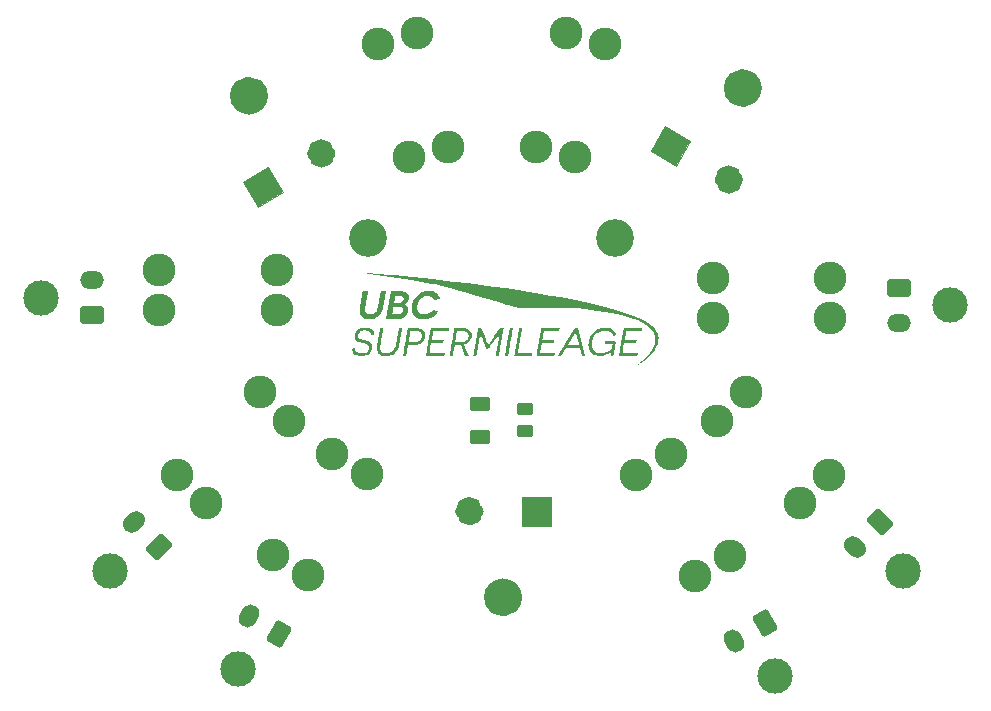
<source format=gts>
G04 #@! TF.GenerationSoftware,KiCad,Pcbnew,(6.0.8-1)-1*
G04 #@! TF.CreationDate,2023-03-04T16:24:03-08:00*
G04 #@! TF.ProjectId,urban battery - power_distribution,75726261-6e20-4626-9174-74657279202d,rev?*
G04 #@! TF.SameCoordinates,Original*
G04 #@! TF.FileFunction,Soldermask,Top*
G04 #@! TF.FilePolarity,Negative*
%FSLAX46Y46*%
G04 Gerber Fmt 4.6, Leading zero omitted, Abs format (unit mm)*
G04 Created by KiCad (PCBNEW (6.0.8-1)-1) date 2023-03-04 16:24:03*
%MOMM*%
%LPD*%
G01*
G04 APERTURE LIST*
G04 Aperture macros list*
%AMRoundRect*
0 Rectangle with rounded corners*
0 $1 Rounding radius*
0 $2 $3 $4 $5 $6 $7 $8 $9 X,Y pos of 4 corners*
0 Add a 4 corners polygon primitive as box body*
4,1,4,$2,$3,$4,$5,$6,$7,$8,$9,$2,$3,0*
0 Add four circle primitives for the rounded corners*
1,1,$1+$1,$2,$3*
1,1,$1+$1,$4,$5*
1,1,$1+$1,$6,$7*
1,1,$1+$1,$8,$9*
0 Add four rect primitives between the rounded corners*
20,1,$1+$1,$2,$3,$4,$5,0*
20,1,$1+$1,$4,$5,$6,$7,0*
20,1,$1+$1,$6,$7,$8,$9,0*
20,1,$1+$1,$8,$9,$2,$3,0*%
%AMHorizOval*
0 Thick line with rounded ends*
0 $1 width*
0 $2 $3 position (X,Y) of the first rounded end (center of the circle)*
0 $4 $5 position (X,Y) of the second rounded end (center of the circle)*
0 Add line between two ends*
20,1,$1,$2,$3,$4,$5,0*
0 Add two circle primitives to create the rounded ends*
1,1,$1,$2,$3*
1,1,$1,$4,$5*%
G04 Aperture macros list end*
%ADD10C,1.626200*%
%ADD11C,1.226200*%
%ADD12C,0.010000*%
%ADD13C,3.000000*%
%ADD14RoundRect,0.250001X0.813011X0.408179X-0.053012X0.908178X-0.813011X-0.408179X0.053012X-0.908178X0*%
%ADD15HorizOval,1.500000X0.130000X0.225167X-0.130000X-0.225167X0*%
%ADD16RoundRect,0.250001X0.759999X-0.499999X0.759999X0.499999X-0.759999X0.499999X-0.759999X-0.499999X0*%
%ADD17O,2.020000X1.500000*%
%ADD18C,3.200000*%
%ADD19RoundRect,0.250000X0.625000X-0.375000X0.625000X0.375000X-0.625000X0.375000X-0.625000X-0.375000X0*%
%ADD20C,2.780000*%
%ADD21C,3.100000*%
%ADD22RoundRect,0.250001X0.890953X0.183848X0.183848X0.890953X-0.890953X-0.183848X-0.183848X-0.890953X0*%
%ADD23HorizOval,1.500000X0.183848X0.183848X-0.183848X-0.183848X0*%
%ADD24RoundRect,0.250001X-0.759999X0.499999X-0.759999X-0.499999X0.759999X-0.499999X0.759999X0.499999X0*%
%ADD25RoundRect,0.250001X0.053012X0.908178X-0.813011X0.408179X-0.053012X-0.908178X0.813011X-0.408179X0*%
%ADD26HorizOval,1.500000X-0.130000X0.225167X0.130000X-0.225167X0*%
%ADD27RoundRect,0.250001X-0.183848X0.890953X-0.890953X0.183848X0.183848X-0.890953X0.890953X-0.183848X0*%
%ADD28HorizOval,1.500000X-0.183848X0.183848X0.183848X-0.183848X0*%
%ADD29RoundRect,0.250000X0.450000X-0.262500X0.450000X0.262500X-0.450000X0.262500X-0.450000X-0.262500X0*%
G04 APERTURE END LIST*
G36*
X118419841Y-125122114D02*
G01*
X118458592Y-125136122D01*
X118462709Y-125145710D01*
X118458928Y-125172272D01*
X118448230Y-125237714D01*
X118431576Y-125336536D01*
X118409929Y-125463236D01*
X118384251Y-125612315D01*
X118355503Y-125778270D01*
X118324648Y-125955601D01*
X118292648Y-126138807D01*
X118260465Y-126322388D01*
X118229062Y-126500842D01*
X118199400Y-126668668D01*
X118172441Y-126820366D01*
X118149147Y-126950434D01*
X118130482Y-127053372D01*
X118117406Y-127123679D01*
X118111949Y-127151207D01*
X118098688Y-127212826D01*
X119330858Y-127224814D01*
X119293172Y-127461460D01*
X118551147Y-127461460D01*
X118373387Y-127460966D01*
X118210903Y-127459566D01*
X118068952Y-127457378D01*
X117952794Y-127454523D01*
X117867687Y-127451120D01*
X117818890Y-127447290D01*
X117809127Y-127444556D01*
X117812934Y-127419724D01*
X117823868Y-127354717D01*
X117841196Y-127253744D01*
X117864185Y-127121016D01*
X117892103Y-126960741D01*
X117924219Y-126777131D01*
X117959800Y-126574394D01*
X117998114Y-126356740D01*
X118011961Y-126278230D01*
X118051014Y-126056810D01*
X118087596Y-125849204D01*
X118120975Y-125659566D01*
X118150423Y-125492053D01*
X118175209Y-125350821D01*
X118194604Y-125240025D01*
X118207878Y-125163822D01*
X118214301Y-125126367D01*
X118214795Y-125123172D01*
X118235190Y-125120085D01*
X118287793Y-125118039D01*
X118338758Y-125117538D01*
X118419841Y-125122114D01*
G37*
G36*
X125742817Y-125101606D02*
G01*
X125938655Y-125155856D01*
X126118023Y-125245134D01*
X126231050Y-125329283D01*
X126279804Y-125380864D01*
X126331317Y-125449736D01*
X126379858Y-125525938D01*
X126419696Y-125599508D01*
X126445102Y-125660484D01*
X126450344Y-125698906D01*
X126447002Y-125704659D01*
X126419007Y-125716738D01*
X126364020Y-125734134D01*
X126298992Y-125752135D01*
X126240876Y-125766027D01*
X126207849Y-125771131D01*
X126191569Y-125753437D01*
X126161250Y-125708143D01*
X126139106Y-125671604D01*
X126035345Y-125537320D01*
X125902131Y-125434268D01*
X125743944Y-125364006D01*
X125565264Y-125328092D01*
X125370567Y-125328084D01*
X125220089Y-125351828D01*
X125016226Y-125419251D01*
X124833204Y-125523554D01*
X124674423Y-125660052D01*
X124543286Y-125824061D01*
X124443193Y-126010895D01*
X124377546Y-126215870D01*
X124349744Y-126434300D01*
X124351193Y-126548682D01*
X124381021Y-126738337D01*
X124445735Y-126899566D01*
X124544725Y-127031726D01*
X124677379Y-127134171D01*
X124843088Y-127206258D01*
X125009137Y-127243132D01*
X125204986Y-127250518D01*
X125407882Y-127220814D01*
X125606471Y-127157713D01*
X125789402Y-127064908D01*
X125945323Y-126946091D01*
X125957144Y-126934738D01*
X126019839Y-126870436D01*
X126057162Y-126820265D01*
X126077558Y-126768552D01*
X126089471Y-126699622D01*
X126091146Y-126686010D01*
X126101672Y-126609003D01*
X126112300Y-126548085D01*
X126118742Y-126522611D01*
X126115499Y-126510869D01*
X126091659Y-126502474D01*
X126041690Y-126496934D01*
X125960059Y-126493756D01*
X125841234Y-126492448D01*
X125778613Y-126492338D01*
X125658455Y-126491724D01*
X125555951Y-126490028D01*
X125478739Y-126487472D01*
X125434456Y-126484276D01*
X125426868Y-126482178D01*
X125431207Y-126456177D01*
X125442316Y-126400696D01*
X125451273Y-126358221D01*
X125475678Y-126244423D01*
X125935834Y-126244423D01*
X126099110Y-126245069D01*
X126221775Y-126247187D01*
X126308273Y-126251049D01*
X126363054Y-126256929D01*
X126390562Y-126265098D01*
X126395979Y-126272595D01*
X126392193Y-126301649D01*
X126381538Y-126368854D01*
X126365063Y-126467986D01*
X126343812Y-126592821D01*
X126318834Y-126737134D01*
X126294570Y-126875479D01*
X126267286Y-127030325D01*
X126242779Y-127169807D01*
X126222083Y-127288008D01*
X126206231Y-127379014D01*
X126196257Y-127436908D01*
X126193160Y-127455825D01*
X126172866Y-127459041D01*
X126120994Y-127461080D01*
X126080461Y-127461460D01*
X126016170Y-127458149D01*
X125975369Y-127449685D01*
X125967773Y-127443061D01*
X125971603Y-127412418D01*
X125981514Y-127352123D01*
X125991860Y-127294360D01*
X126003099Y-127222922D01*
X126007536Y-127171331D01*
X126005337Y-127153446D01*
X125982968Y-127159737D01*
X125935652Y-127186836D01*
X125885464Y-127220620D01*
X125667749Y-127350998D01*
X125439931Y-127440718D01*
X125206606Y-127488588D01*
X124972369Y-127493415D01*
X124876498Y-127482578D01*
X124716202Y-127441296D01*
X124554556Y-127370448D01*
X124410357Y-127279003D01*
X124357911Y-127235137D01*
X124239862Y-127096690D01*
X124154614Y-126932945D01*
X124102040Y-126749385D01*
X124082010Y-126551492D01*
X124094396Y-126344749D01*
X124139070Y-126134638D01*
X124215903Y-125926641D01*
X124324766Y-125726242D01*
X124395671Y-125624636D01*
X124545173Y-125459693D01*
X124718611Y-125323277D01*
X124910214Y-125216317D01*
X125114208Y-125139740D01*
X125324821Y-125094477D01*
X125536281Y-125081456D01*
X125742817Y-125101606D01*
G37*
G36*
X105061282Y-120437863D02*
G01*
X105176335Y-120444557D01*
X105334334Y-120455631D01*
X105535789Y-120471099D01*
X105781208Y-120490974D01*
X105995955Y-120508909D01*
X107607867Y-120651640D01*
X109250536Y-120810280D01*
X110912967Y-120983752D01*
X111509831Y-121049144D01*
X112700990Y-121184689D01*
X113856618Y-121323076D01*
X114976288Y-121464218D01*
X116059572Y-121608023D01*
X117106044Y-121754402D01*
X118115276Y-121903264D01*
X119086842Y-122054521D01*
X120020313Y-122208081D01*
X120915263Y-122363856D01*
X121771265Y-122521754D01*
X122587891Y-122681687D01*
X123364714Y-122843564D01*
X124101307Y-123007295D01*
X124797244Y-123172790D01*
X125452096Y-123339960D01*
X126065436Y-123508714D01*
X126636838Y-123678963D01*
X127165874Y-123850616D01*
X127652117Y-124023584D01*
X128095141Y-124197777D01*
X128494516Y-124373104D01*
X128849818Y-124549476D01*
X129160617Y-124726803D01*
X129251978Y-124784627D01*
X129490100Y-124959044D01*
X129684487Y-125144248D01*
X129835224Y-125340472D01*
X129942398Y-125547947D01*
X130006095Y-125766906D01*
X130026402Y-125997581D01*
X130003405Y-126240204D01*
X129937191Y-126495008D01*
X129913301Y-126562226D01*
X129823804Y-126755490D01*
X129697335Y-126960318D01*
X129538593Y-127171086D01*
X129352278Y-127382172D01*
X129143088Y-127587954D01*
X128915722Y-127782810D01*
X128850594Y-127833763D01*
X128755166Y-127905049D01*
X128654708Y-127976897D01*
X128553587Y-128046608D01*
X128456170Y-128111485D01*
X128366822Y-128168827D01*
X128289909Y-128215937D01*
X128229799Y-128250116D01*
X128190857Y-128268664D01*
X128177450Y-128268883D01*
X128193944Y-128248074D01*
X128223464Y-128221395D01*
X128265912Y-128186368D01*
X128333294Y-128132311D01*
X128414893Y-128067778D01*
X128469662Y-128024902D01*
X128616217Y-127902963D01*
X128774836Y-127757821D01*
X128934999Y-127600070D01*
X129086190Y-127440304D01*
X129217891Y-127289117D01*
X129287711Y-127200932D01*
X129418217Y-127011498D01*
X129534879Y-126811186D01*
X129630073Y-126614026D01*
X129685057Y-126469800D01*
X129738942Y-126237710D01*
X129748445Y-126009257D01*
X129714225Y-125786319D01*
X129636940Y-125570771D01*
X129517249Y-125364491D01*
X129355812Y-125169354D01*
X129168832Y-124999559D01*
X128975087Y-124856463D01*
X128761796Y-124722384D01*
X128526090Y-124596268D01*
X128265100Y-124477065D01*
X127975958Y-124363720D01*
X127655793Y-124255181D01*
X127301737Y-124150396D01*
X126910921Y-124048313D01*
X126480476Y-123947877D01*
X126057924Y-123858250D01*
X125438026Y-123738499D01*
X124850767Y-123638818D01*
X124288767Y-123558538D01*
X123744643Y-123496991D01*
X123211015Y-123453506D01*
X122680500Y-123427415D01*
X122145716Y-123418050D01*
X121599284Y-123424741D01*
X121358811Y-123432391D01*
X121107231Y-123440738D01*
X120842304Y-123447609D01*
X120569185Y-123453005D01*
X120293028Y-123456926D01*
X120018986Y-123459372D01*
X119752213Y-123460343D01*
X119497864Y-123459840D01*
X119261091Y-123457863D01*
X119047050Y-123454411D01*
X118860895Y-123449486D01*
X118707778Y-123443087D01*
X118592854Y-123435214D01*
X118564135Y-123432287D01*
X118412413Y-123414542D01*
X118278354Y-123397609D01*
X118156194Y-123380163D01*
X118040163Y-123360880D01*
X117924496Y-123338436D01*
X117803426Y-123311505D01*
X117671185Y-123278764D01*
X117522008Y-123238888D01*
X117350126Y-123190553D01*
X117149774Y-123132434D01*
X116915184Y-123063206D01*
X116772387Y-123020782D01*
X116195190Y-122849175D01*
X115659675Y-122690183D01*
X115164375Y-122543380D01*
X114707825Y-122408338D01*
X114288557Y-122284633D01*
X113905107Y-122171838D01*
X113556008Y-122069526D01*
X113239793Y-121977271D01*
X112954997Y-121894648D01*
X112700153Y-121821229D01*
X112473795Y-121756589D01*
X112274458Y-121700301D01*
X112100674Y-121651939D01*
X111950979Y-121611077D01*
X111823905Y-121577288D01*
X111717987Y-121550147D01*
X111690575Y-121543350D01*
X111436178Y-121484090D01*
X111138421Y-121420641D01*
X110798799Y-121353255D01*
X110418806Y-121282185D01*
X109999940Y-121207686D01*
X109543695Y-121130009D01*
X109051566Y-121049409D01*
X108525049Y-120966138D01*
X107965639Y-120880449D01*
X107374832Y-120792597D01*
X106754123Y-120702834D01*
X106585341Y-120678834D01*
X106364702Y-120647570D01*
X106142696Y-120616119D01*
X105926662Y-120585520D01*
X105723941Y-120556811D01*
X105541875Y-120531033D01*
X105387802Y-120509225D01*
X105269065Y-120492426D01*
X105244348Y-120488931D01*
X105112407Y-120469627D01*
X105020359Y-120454622D01*
X104968714Y-120443929D01*
X104957981Y-120437563D01*
X104988667Y-120435536D01*
X105061282Y-120437863D01*
G37*
G36*
X105375763Y-125094188D02*
G01*
X105558916Y-125136792D01*
X105705143Y-125203806D01*
X105816205Y-125296513D01*
X105893866Y-125416196D01*
X105922379Y-125491976D01*
X105944755Y-125572011D01*
X105949087Y-125620351D01*
X105931124Y-125648216D01*
X105886616Y-125666824D01*
X105852542Y-125676306D01*
X105766864Y-125696761D01*
X105715556Y-125701014D01*
X105690565Y-125688091D01*
X105683837Y-125657016D01*
X105683833Y-125655877D01*
X105663247Y-125569168D01*
X105606993Y-125482970D01*
X105523328Y-125407911D01*
X105464050Y-125372958D01*
X105334750Y-125329438D01*
X105188380Y-125312172D01*
X105037287Y-125319890D01*
X104893819Y-125351320D01*
X104770322Y-125405193D01*
X104707502Y-125450830D01*
X104643034Y-125532516D01*
X104599983Y-125634251D01*
X104580504Y-125743050D01*
X104586752Y-125845927D01*
X104620882Y-125929897D01*
X104626691Y-125937753D01*
X104675894Y-125987303D01*
X104743604Y-126030732D01*
X104836315Y-126070824D01*
X104960517Y-126110365D01*
X105122702Y-126152138D01*
X105131373Y-126154204D01*
X105316057Y-126202853D01*
X105461126Y-126252377D01*
X105572013Y-126305181D01*
X105654153Y-126363669D01*
X105691573Y-126402104D01*
X105757111Y-126513157D01*
X105788341Y-126642830D01*
X105787591Y-126783487D01*
X105757191Y-126927489D01*
X105699468Y-127067199D01*
X105616753Y-127194978D01*
X105511373Y-127303189D01*
X105393268Y-127380472D01*
X105232087Y-127441620D01*
X105044786Y-127480907D01*
X104845684Y-127496386D01*
X104649097Y-127486111D01*
X104632501Y-127483924D01*
X104447973Y-127442449D01*
X104298978Y-127373669D01*
X104184520Y-127276693D01*
X104103608Y-127150632D01*
X104055249Y-126994596D01*
X104049659Y-126961493D01*
X104033911Y-126855936D01*
X104132031Y-126830560D01*
X104201514Y-126812318D01*
X104257369Y-126797195D01*
X104269592Y-126793737D01*
X104296088Y-126793950D01*
X104307296Y-126822073D01*
X104309033Y-126863589D01*
X104330298Y-126978636D01*
X104389166Y-127083957D01*
X104478247Y-127167115D01*
X104495953Y-127178204D01*
X104620648Y-127229998D01*
X104770006Y-127259130D01*
X104929545Y-127265285D01*
X105084782Y-127248150D01*
X105221235Y-127207410D01*
X105248717Y-127194527D01*
X105356582Y-127120031D01*
X105441151Y-127023130D01*
X105498505Y-126912795D01*
X105524722Y-126797993D01*
X105515883Y-126687694D01*
X105494570Y-126632026D01*
X105456410Y-126572448D01*
X105405840Y-126523806D01*
X105336079Y-126482757D01*
X105240348Y-126445954D01*
X105111870Y-126410053D01*
X104985164Y-126380657D01*
X104775562Y-126326290D01*
X104608169Y-126263934D01*
X104480615Y-126192285D01*
X104390532Y-126110042D01*
X104339482Y-126025756D01*
X104315606Y-125927820D01*
X104310999Y-125806145D01*
X104325364Y-125677597D01*
X104347227Y-125590433D01*
X104416078Y-125447923D01*
X104521097Y-125324737D01*
X104656522Y-125223655D01*
X104816591Y-125147457D01*
X104995543Y-125098922D01*
X105187615Y-125080832D01*
X105375763Y-125094188D01*
G37*
G36*
X105283844Y-122008649D02*
G01*
X105358497Y-122012193D01*
X105403985Y-122017366D01*
X105413381Y-122021389D01*
X105409588Y-122046210D01*
X105398833Y-122110030D01*
X105382051Y-122207468D01*
X105360176Y-122333144D01*
X105334144Y-122481678D01*
X105304888Y-122647690D01*
X105287101Y-122748230D01*
X105247511Y-122975378D01*
X105216599Y-123163161D01*
X105194108Y-123316394D01*
X105179781Y-123439892D01*
X105173361Y-123538471D01*
X105174593Y-123616946D01*
X105183218Y-123680132D01*
X105198981Y-123732846D01*
X105221625Y-123779902D01*
X105231245Y-123796115D01*
X105306212Y-123876481D01*
X105411673Y-123932027D01*
X105539228Y-123960713D01*
X105680479Y-123960501D01*
X105806325Y-123935703D01*
X105943735Y-123872948D01*
X106059412Y-123773009D01*
X106148732Y-123640402D01*
X106178971Y-123571605D01*
X106195322Y-123516453D01*
X106217755Y-123423474D01*
X106244891Y-123299295D01*
X106275353Y-123150543D01*
X106307760Y-122983846D01*
X106340735Y-122805829D01*
X106355549Y-122722906D01*
X106481858Y-122007334D01*
X106702633Y-122007334D01*
X106796183Y-122008997D01*
X106870079Y-122013478D01*
X106914684Y-122020009D01*
X106923407Y-122024885D01*
X106919476Y-122056307D01*
X106908477Y-122125398D01*
X106891608Y-122225514D01*
X106870063Y-122350012D01*
X106845036Y-122492250D01*
X106817724Y-122645582D01*
X106789322Y-122803368D01*
X106761024Y-122958962D01*
X106734026Y-123105723D01*
X106709523Y-123237006D01*
X106688711Y-123346169D01*
X106672784Y-123426568D01*
X106663650Y-123468694D01*
X106590207Y-123688208D01*
X106484062Y-123884795D01*
X106348965Y-124054172D01*
X106188670Y-124192057D01*
X106006928Y-124294164D01*
X105908740Y-124330603D01*
X105783792Y-124359878D01*
X105639086Y-124378961D01*
X105492989Y-124386463D01*
X105363869Y-124380993D01*
X105321920Y-124375014D01*
X105146947Y-124324094D01*
X104995333Y-124241769D01*
X104872220Y-124132241D01*
X104782747Y-123999713D01*
X104745172Y-123903595D01*
X104725681Y-123820577D01*
X104714363Y-123729278D01*
X104711574Y-123624246D01*
X104717666Y-123500029D01*
X104732996Y-123351174D01*
X104757919Y-123172229D01*
X104792788Y-122957742D01*
X104815039Y-122829960D01*
X104844186Y-122665956D01*
X104872021Y-122510343D01*
X104897198Y-122370567D01*
X104918371Y-122254075D01*
X104934194Y-122168314D01*
X104942330Y-122125657D01*
X104965822Y-122007334D01*
X105189601Y-122007334D01*
X105283844Y-122008649D01*
G37*
G36*
X116879915Y-125123103D02*
G01*
X116894290Y-125136410D01*
X116892834Y-125162870D01*
X116892028Y-125167248D01*
X116886292Y-125199113D01*
X116873519Y-125270914D01*
X116854498Y-125378198D01*
X116830017Y-125516511D01*
X116800865Y-125681397D01*
X116767827Y-125868403D01*
X116731693Y-126073073D01*
X116693251Y-126290955D01*
X116685557Y-126334574D01*
X116488803Y-127450191D01*
X116360142Y-127456950D01*
X116290868Y-127458584D01*
X116244159Y-127455847D01*
X116231482Y-127451049D01*
X116235300Y-127425106D01*
X116246020Y-127361032D01*
X116262533Y-127265058D01*
X116283737Y-127143413D01*
X116308523Y-127002325D01*
X116335787Y-126848024D01*
X116364424Y-126686739D01*
X116393327Y-126524699D01*
X116421391Y-126368132D01*
X116447510Y-126223269D01*
X116470579Y-126096338D01*
X116489492Y-125993568D01*
X116501651Y-125928940D01*
X116520341Y-125828929D01*
X116535288Y-125744142D01*
X116544688Y-125685126D01*
X116547010Y-125664122D01*
X116536019Y-125636798D01*
X116506431Y-125644699D01*
X116463316Y-125684692D01*
X116418486Y-125743540D01*
X116385955Y-125789928D01*
X116330935Y-125866584D01*
X116257755Y-125967551D01*
X116170749Y-126086872D01*
X116074249Y-126218590D01*
X115972586Y-126356746D01*
X115972316Y-126357112D01*
X115862500Y-126505820D01*
X115775820Y-126622183D01*
X115708704Y-126710168D01*
X115657580Y-126773740D01*
X115618875Y-126816865D01*
X115589017Y-126843508D01*
X115564434Y-126857636D01*
X115541553Y-126863215D01*
X115516802Y-126864210D01*
X115432732Y-126864210D01*
X115290329Y-126503607D01*
X115233329Y-126357920D01*
X115172958Y-126201337D01*
X115115131Y-126049347D01*
X115065767Y-125917436D01*
X115049535Y-125873270D01*
X115011008Y-125771067D01*
X114976434Y-125685619D01*
X114949320Y-125625169D01*
X114933175Y-125597961D01*
X114932085Y-125597302D01*
X114924291Y-125617378D01*
X114909973Y-125677298D01*
X114890028Y-125772444D01*
X114865352Y-125898201D01*
X114836842Y-126049952D01*
X114805394Y-126223079D01*
X114771905Y-126412966D01*
X114757191Y-126498092D01*
X114723187Y-126695296D01*
X114691259Y-126879097D01*
X114662268Y-127044645D01*
X114637072Y-127187091D01*
X114616532Y-127301584D01*
X114601508Y-127383274D01*
X114592859Y-127427312D01*
X114591381Y-127433287D01*
X114567022Y-127447346D01*
X114515392Y-127457120D01*
X114451689Y-127461933D01*
X114391112Y-127461108D01*
X114348860Y-127453969D01*
X114338319Y-127444556D01*
X114342127Y-127419724D01*
X114353061Y-127354717D01*
X114370388Y-127253744D01*
X114393377Y-127121016D01*
X114421296Y-126960741D01*
X114453411Y-126777131D01*
X114488992Y-126574394D01*
X114527306Y-126356740D01*
X114541153Y-126278230D01*
X114580211Y-126056768D01*
X114616795Y-125849085D01*
X114650177Y-125659342D01*
X114679627Y-125491699D01*
X114704413Y-125350317D01*
X114723807Y-125239359D01*
X114737077Y-125162983D01*
X114743495Y-125125353D01*
X114743988Y-125122097D01*
X114764475Y-125119594D01*
X114817877Y-125119731D01*
X114883788Y-125122097D01*
X115023583Y-125128806D01*
X115286456Y-125816207D01*
X115364330Y-126017424D01*
X115431833Y-126186844D01*
X115488049Y-126322318D01*
X115532060Y-126421702D01*
X115562952Y-126482847D01*
X115579775Y-126503607D01*
X115599584Y-126486067D01*
X115642869Y-126436092D01*
X115706518Y-126357646D01*
X115787422Y-126254694D01*
X115882470Y-126131201D01*
X115988550Y-125991132D01*
X116102554Y-125838452D01*
X116119036Y-125816207D01*
X116627851Y-125128806D01*
X116764798Y-125122173D01*
X116839990Y-125119505D01*
X116879915Y-125123103D01*
G37*
G36*
X128614463Y-125224592D02*
G01*
X128603418Y-125291035D01*
X128593059Y-125337795D01*
X128589214Y-125348549D01*
X128565052Y-125352880D01*
X128501559Y-125356801D01*
X128404480Y-125360163D01*
X128279557Y-125362820D01*
X128132535Y-125364623D01*
X127969157Y-125365425D01*
X127932267Y-125365452D01*
X127285048Y-125365452D01*
X127223375Y-125720421D01*
X127202462Y-125841874D01*
X127184622Y-125947542D01*
X127171160Y-126029527D01*
X127163382Y-126079931D01*
X127161987Y-126091870D01*
X127183543Y-126096891D01*
X127243775Y-126101839D01*
X127336280Y-126106428D01*
X127454661Y-126110370D01*
X127592516Y-126113378D01*
X127663960Y-126114408D01*
X128165648Y-126120466D01*
X128128088Y-126356274D01*
X127618458Y-126362327D01*
X127108827Y-126368381D01*
X127034700Y-126785328D01*
X127011434Y-126916318D01*
X126991099Y-127031041D01*
X126974928Y-127122520D01*
X126964154Y-127183778D01*
X126960011Y-127207838D01*
X126960003Y-127207910D01*
X126981459Y-127209342D01*
X127042405Y-127210640D01*
X127137255Y-127211756D01*
X127260422Y-127212641D01*
X127406321Y-127213249D01*
X127569365Y-127213531D01*
X127615534Y-127213545D01*
X128271636Y-127213545D01*
X128256657Y-127298061D01*
X128250128Y-127341614D01*
X128244584Y-127376721D01*
X128235530Y-127404284D01*
X128218468Y-127425204D01*
X128188903Y-127440386D01*
X128142337Y-127450730D01*
X128074275Y-127457140D01*
X127980219Y-127460517D01*
X127855673Y-127461765D01*
X127696141Y-127461785D01*
X127497127Y-127461481D01*
X127442474Y-127461460D01*
X127260534Y-127460987D01*
X127093752Y-127459645D01*
X126947272Y-127457545D01*
X126826234Y-127454800D01*
X126735782Y-127451520D01*
X126681056Y-127447819D01*
X126666447Y-127444556D01*
X126670255Y-127419724D01*
X126681189Y-127354717D01*
X126698516Y-127253744D01*
X126721505Y-127121016D01*
X126749423Y-126960741D01*
X126781539Y-126777131D01*
X126817120Y-126574394D01*
X126855434Y-126356740D01*
X126869281Y-126278230D01*
X126908335Y-126056810D01*
X126944916Y-125849204D01*
X126978296Y-125659566D01*
X127007743Y-125492053D01*
X127032529Y-125350821D01*
X127051924Y-125240025D01*
X127065198Y-125163822D01*
X127071621Y-125126367D01*
X127072115Y-125123172D01*
X127093799Y-125121853D01*
X127155425Y-125120644D01*
X127251862Y-125119582D01*
X127377976Y-125118704D01*
X127528635Y-125118046D01*
X127698706Y-125117647D01*
X127851052Y-125117538D01*
X128629984Y-125117538D01*
X128614463Y-125224592D01*
G37*
G36*
X107055003Y-123692506D02*
G01*
X107087009Y-123509124D01*
X107120558Y-123317406D01*
X107154746Y-123122503D01*
X107188672Y-122929564D01*
X107188832Y-122928655D01*
X107649927Y-122928655D01*
X107666891Y-122961787D01*
X107706419Y-122976135D01*
X107772950Y-122978209D01*
X107870922Y-122974518D01*
X107909432Y-122973188D01*
X108032946Y-122968006D01*
X108121412Y-122960159D01*
X108184846Y-122948089D01*
X108233263Y-122930240D01*
X108253132Y-122919727D01*
X108328533Y-122856158D01*
X108386495Y-122769375D01*
X108419941Y-122673943D01*
X108421791Y-122584429D01*
X108419973Y-122576390D01*
X108396210Y-122510593D01*
X108358879Y-122462823D01*
X108301209Y-122430117D01*
X108216432Y-122409515D01*
X108097778Y-122398053D01*
X108003653Y-122394222D01*
X107899598Y-122392042D01*
X107814281Y-122391649D01*
X107756429Y-122392982D01*
X107734769Y-122395982D01*
X107734765Y-122396038D01*
X107730974Y-122420642D01*
X107720696Y-122480220D01*
X107705570Y-122565406D01*
X107690032Y-122651475D01*
X107665936Y-122780008D01*
X107651088Y-122870232D01*
X107649927Y-122928655D01*
X107188832Y-122928655D01*
X107221430Y-122743739D01*
X107252119Y-122570177D01*
X107279835Y-122414029D01*
X107303675Y-122280444D01*
X107322735Y-122174572D01*
X107336113Y-122101563D01*
X107342316Y-122069312D01*
X107355205Y-122007334D01*
X107854878Y-122007686D01*
X108059883Y-122009188D01*
X108225909Y-122013953D01*
X108358991Y-122022843D01*
X108465162Y-122036722D01*
X108550456Y-122056455D01*
X108620906Y-122082904D01*
X108682545Y-122116934D01*
X108700141Y-122128696D01*
X108801047Y-122224174D01*
X108866334Y-122342322D01*
X108894766Y-122476664D01*
X108885110Y-122620722D01*
X108836129Y-122768022D01*
X108825980Y-122788696D01*
X108740680Y-122914595D01*
X108620502Y-123023060D01*
X108532749Y-123080158D01*
X108509309Y-123097997D01*
X108515893Y-123114561D01*
X108557594Y-123138938D01*
X108568934Y-123144710D01*
X108692716Y-123223306D01*
X108776268Y-123316641D01*
X108823691Y-123431296D01*
X108839085Y-123573850D01*
X108839095Y-123578220D01*
X108818114Y-123752004D01*
X108757091Y-123909004D01*
X108658843Y-124046399D01*
X108526184Y-124161370D01*
X108361930Y-124251095D01*
X108168899Y-124312756D01*
X108090559Y-124327922D01*
X108024807Y-124335159D01*
X107929822Y-124341045D01*
X107812809Y-124345571D01*
X107680971Y-124348728D01*
X107541511Y-124350508D01*
X107401634Y-124350900D01*
X107268542Y-124349897D01*
X107149439Y-124347489D01*
X107051529Y-124343667D01*
X106982016Y-124338421D01*
X106948103Y-124331744D01*
X106945945Y-124329364D01*
X106949727Y-124304141D01*
X106960471Y-124239683D01*
X106977274Y-124141141D01*
X106999232Y-124013664D01*
X107013959Y-123928673D01*
X107465601Y-123928673D01*
X107468924Y-123944702D01*
X107484764Y-123955719D01*
X107520083Y-123962644D01*
X107581842Y-123966400D01*
X107677003Y-123967906D01*
X107763796Y-123968114D01*
X107889855Y-123967330D01*
X107980783Y-123964136D01*
X108046512Y-123957269D01*
X108096972Y-123945466D01*
X108142093Y-123927465D01*
X108162521Y-123917405D01*
X108265444Y-123847868D01*
X108332250Y-123758832D01*
X108367533Y-123656134D01*
X108372492Y-123544437D01*
X108337042Y-123446614D01*
X108264049Y-123369822D01*
X108248854Y-123359828D01*
X108213939Y-123341096D01*
X108175273Y-123328567D01*
X108123797Y-123321283D01*
X108050454Y-123318285D01*
X107946185Y-123318616D01*
X107871213Y-123319893D01*
X107568176Y-123325790D01*
X107517533Y-123607511D01*
X107498118Y-123717974D01*
X107481929Y-123814726D01*
X107470575Y-123887819D01*
X107465666Y-123927304D01*
X107465601Y-123928673D01*
X107013959Y-123928673D01*
X107025443Y-123862402D01*
X107055003Y-123692506D01*
G37*
G36*
X122216008Y-126272595D02*
G01*
X122910657Y-125117538D01*
X123190006Y-125117538D01*
X123776060Y-127461460D01*
X123496765Y-127461460D01*
X123423392Y-127145932D01*
X123350020Y-126830404D01*
X122146873Y-126830404D01*
X121774801Y-127461460D01*
X121638724Y-127461460D01*
X121569007Y-127458951D01*
X121523376Y-127452421D01*
X121512002Y-127444556D01*
X121525000Y-127422703D01*
X121559184Y-127365633D01*
X121612509Y-127276755D01*
X121682925Y-127159479D01*
X121768386Y-127017213D01*
X121866843Y-126853366D01*
X121976249Y-126671347D01*
X122029671Y-126582489D01*
X122295326Y-126582489D01*
X122790556Y-126582489D01*
X122934502Y-126581986D01*
X123061996Y-126580580D01*
X123166599Y-126578419D01*
X123241875Y-126575656D01*
X123281387Y-126572440D01*
X123285785Y-126570897D01*
X123280196Y-126533991D01*
X123264698Y-126463407D01*
X123241200Y-126366196D01*
X123211607Y-126249408D01*
X123177826Y-126120092D01*
X123141763Y-125985299D01*
X123105326Y-125852079D01*
X123070420Y-125727481D01*
X123038952Y-125618555D01*
X123012830Y-125532352D01*
X122993958Y-125475921D01*
X122984353Y-125456297D01*
X122965471Y-125475070D01*
X122928181Y-125526876D01*
X122876478Y-125605632D01*
X122814352Y-125705255D01*
X122745795Y-125819663D01*
X122744880Y-125821219D01*
X122666809Y-125953928D01*
X122586867Y-126089644D01*
X122511700Y-126217095D01*
X122447955Y-126325010D01*
X122413049Y-126383968D01*
X122295326Y-126582489D01*
X122029671Y-126582489D01*
X122094557Y-126474564D01*
X122216008Y-126272595D01*
G37*
G36*
X108243195Y-125119417D02*
G01*
X108287666Y-125124259D01*
X108298207Y-125128830D01*
X108294059Y-125165170D01*
X108282423Y-125239259D01*
X108264510Y-125344618D01*
X108241532Y-125474768D01*
X108214702Y-125623230D01*
X108185231Y-125783524D01*
X108154332Y-125949173D01*
X108123215Y-126113697D01*
X108093093Y-126270616D01*
X108065178Y-126413453D01*
X108040681Y-126535728D01*
X108020816Y-126630962D01*
X108006792Y-126692676D01*
X108003114Y-126706446D01*
X107920384Y-126919995D01*
X107808438Y-127102877D01*
X107669462Y-127252688D01*
X107505639Y-127367025D01*
X107338384Y-127437729D01*
X107198721Y-127470271D01*
X107041218Y-127489662D01*
X106885488Y-127494411D01*
X106751143Y-127483030D01*
X106748312Y-127482541D01*
X106611337Y-127449936D01*
X106501794Y-127401767D01*
X106402710Y-127330211D01*
X106386308Y-127315722D01*
X106301909Y-127225588D01*
X106243753Y-127126875D01*
X106207689Y-127009060D01*
X106189570Y-126861622D01*
X106187021Y-126810246D01*
X106185684Y-126743839D01*
X106187214Y-126676497D01*
X106192388Y-126602245D01*
X106201981Y-126515110D01*
X106216768Y-126409118D01*
X106237526Y-126278297D01*
X106265030Y-126116673D01*
X106300056Y-125918273D01*
X106310247Y-125861282D01*
X106441481Y-125128806D01*
X106569755Y-125122047D01*
X106652474Y-125121833D01*
X106693034Y-125132359D01*
X106698030Y-125141737D01*
X106694225Y-125169660D01*
X106683435Y-125236454D01*
X106666601Y-125336616D01*
X106644662Y-125464642D01*
X106618558Y-125615030D01*
X106589229Y-125782277D01*
X106571794Y-125880972D01*
X106529605Y-126124481D01*
X106496700Y-126328461D01*
X106472891Y-126497453D01*
X106457991Y-126635995D01*
X106451811Y-126748627D01*
X106454165Y-126839890D01*
X106464864Y-126914324D01*
X106483720Y-126976467D01*
X106510547Y-127030861D01*
X106523380Y-127051335D01*
X106608065Y-127140208D01*
X106724205Y-127204981D01*
X106863979Y-127243668D01*
X107019566Y-127254287D01*
X107183144Y-127234854D01*
X107216437Y-127227109D01*
X107387294Y-127162823D01*
X107529866Y-127063455D01*
X107644028Y-126929121D01*
X107729654Y-126759934D01*
X107732223Y-126753142D01*
X107747541Y-126700424D01*
X107768975Y-126609770D01*
X107795191Y-126487699D01*
X107824853Y-126340730D01*
X107856627Y-126175382D01*
X107889176Y-125998174D01*
X107904320Y-125912884D01*
X107935276Y-125737360D01*
X107964184Y-125574976D01*
X107990023Y-125431356D01*
X108011770Y-125312124D01*
X108028403Y-125222904D01*
X108038900Y-125169320D01*
X108041715Y-125156979D01*
X108058520Y-125133141D01*
X108097993Y-125121053D01*
X108170907Y-125117545D01*
X108175769Y-125117538D01*
X108243195Y-125119417D01*
G37*
G36*
X121627773Y-125224592D02*
G01*
X121616728Y-125291035D01*
X121606369Y-125337795D01*
X121602524Y-125348549D01*
X121578362Y-125352880D01*
X121514869Y-125356801D01*
X121417789Y-125360163D01*
X121292866Y-125362820D01*
X121145844Y-125364623D01*
X120982467Y-125365425D01*
X120945577Y-125365452D01*
X120298357Y-125365452D01*
X120236685Y-125720421D01*
X120215772Y-125841874D01*
X120197931Y-125947542D01*
X120184470Y-126029527D01*
X120176692Y-126079931D01*
X120175297Y-126091870D01*
X120196853Y-126096891D01*
X120257084Y-126101839D01*
X120349590Y-126106428D01*
X120467971Y-126110370D01*
X120605825Y-126113378D01*
X120677269Y-126114408D01*
X121178958Y-126120466D01*
X121141398Y-126356274D01*
X120631767Y-126362327D01*
X120122137Y-126368381D01*
X120048010Y-126785328D01*
X120024744Y-126916318D01*
X120004408Y-127031041D01*
X119988237Y-127122520D01*
X119977464Y-127183778D01*
X119973321Y-127207838D01*
X119973312Y-127207910D01*
X119994769Y-127209342D01*
X120055715Y-127210640D01*
X120150564Y-127211756D01*
X120273731Y-127212641D01*
X120419630Y-127213249D01*
X120582675Y-127213531D01*
X120628843Y-127213545D01*
X121284945Y-127213545D01*
X121269967Y-127298061D01*
X121263438Y-127341614D01*
X121257894Y-127376721D01*
X121248840Y-127404284D01*
X121231778Y-127425204D01*
X121202213Y-127440386D01*
X121155647Y-127450730D01*
X121087584Y-127457140D01*
X120993528Y-127460517D01*
X120868983Y-127461765D01*
X120709451Y-127461785D01*
X120510436Y-127461481D01*
X120455784Y-127461460D01*
X120273843Y-127460987D01*
X120107062Y-127459645D01*
X119960581Y-127457545D01*
X119839544Y-127454800D01*
X119749091Y-127451520D01*
X119694366Y-127447819D01*
X119679756Y-127444556D01*
X119683564Y-127419724D01*
X119694498Y-127354717D01*
X119711826Y-127253744D01*
X119734815Y-127121016D01*
X119762733Y-126960741D01*
X119794849Y-126777131D01*
X119830430Y-126574394D01*
X119868744Y-126356740D01*
X119882591Y-126278230D01*
X119921644Y-126056810D01*
X119958226Y-125849204D01*
X119991605Y-125659566D01*
X120021053Y-125492053D01*
X120045839Y-125350821D01*
X120065234Y-125240025D01*
X120078508Y-125163822D01*
X120084931Y-125126367D01*
X120085425Y-125123172D01*
X120107109Y-125121853D01*
X120168735Y-125120644D01*
X120265171Y-125119582D01*
X120391285Y-125118704D01*
X120541944Y-125118046D01*
X120712016Y-125117647D01*
X120864362Y-125117538D01*
X121643294Y-125117538D01*
X121627773Y-125224592D01*
G37*
G36*
X112574360Y-126056703D02*
G01*
X112610950Y-125848900D01*
X112644336Y-125658990D01*
X112673788Y-125491143D01*
X112698574Y-125349528D01*
X112717966Y-125238313D01*
X112731232Y-125161668D01*
X112737643Y-125123761D01*
X112738131Y-125120409D01*
X112759573Y-125118407D01*
X112819531Y-125117553D01*
X112911466Y-125117816D01*
X113028833Y-125119165D01*
X113165091Y-125121569D01*
X113217063Y-125122677D01*
X113380732Y-125126747D01*
X113506728Y-125131213D01*
X113602453Y-125136815D01*
X113675308Y-125144292D01*
X113732694Y-125154384D01*
X113782012Y-125167831D01*
X113825933Y-125183535D01*
X113973192Y-125256217D01*
X114080309Y-125346776D01*
X114149924Y-125458905D01*
X114184683Y-125596298D01*
X114189906Y-125692249D01*
X114179786Y-125849571D01*
X114147726Y-125981175D01*
X114089257Y-126102892D01*
X114061921Y-126145800D01*
X113944846Y-126281366D01*
X113800480Y-126384591D01*
X113673039Y-126439088D01*
X113606374Y-126463020D01*
X113561517Y-126484708D01*
X113549494Y-126496363D01*
X113557805Y-126521661D01*
X113581075Y-126582289D01*
X113616811Y-126672018D01*
X113662519Y-126784619D01*
X113715706Y-126913862D01*
X113741065Y-126974949D01*
X113796716Y-127109221D01*
X113846011Y-127229247D01*
X113886466Y-127328885D01*
X113915594Y-127401993D01*
X113930911Y-127442431D01*
X113932635Y-127448332D01*
X113912036Y-127454906D01*
X113857977Y-127459615D01*
X113782066Y-127461459D01*
X113780420Y-127461460D01*
X113628206Y-127461460D01*
X113447989Y-126999824D01*
X113267773Y-126538189D01*
X113006520Y-126537801D01*
X112745268Y-126537413D01*
X112672227Y-126959995D01*
X112648711Y-127094836D01*
X112627164Y-127216134D01*
X112608983Y-127316195D01*
X112595566Y-127387323D01*
X112588313Y-127421825D01*
X112588260Y-127422019D01*
X112572044Y-127445810D01*
X112533242Y-127457894D01*
X112461113Y-127461448D01*
X112454896Y-127461460D01*
X112387478Y-127458647D01*
X112343010Y-127451401D01*
X112332463Y-127444556D01*
X112336271Y-127419724D01*
X112347204Y-127354717D01*
X112364532Y-127253744D01*
X112387521Y-127121016D01*
X112415439Y-126960741D01*
X112447555Y-126777131D01*
X112483136Y-126574394D01*
X112521450Y-126356740D01*
X112533289Y-126289613D01*
X112788729Y-126289613D01*
X112796988Y-126300297D01*
X112821488Y-126307138D01*
X112868321Y-126310692D01*
X112943584Y-126311516D01*
X113053371Y-126310166D01*
X113158586Y-126308132D01*
X113301645Y-126304662D01*
X113407706Y-126300327D01*
X113484849Y-126294153D01*
X113541150Y-126285163D01*
X113584688Y-126272384D01*
X113623542Y-126254840D01*
X113630510Y-126251182D01*
X113754138Y-126160815D01*
X113847949Y-126040646D01*
X113897861Y-125925122D01*
X113925666Y-125806457D01*
X113928419Y-125710056D01*
X113905422Y-125620250D01*
X113881925Y-125568739D01*
X113843717Y-125504394D01*
X113799182Y-125455841D01*
X113741541Y-125420755D01*
X113664015Y-125396812D01*
X113559827Y-125381686D01*
X113422196Y-125373055D01*
X113301265Y-125369609D01*
X112951616Y-125362497D01*
X112876949Y-125797826D01*
X112853221Y-125934846D01*
X112831384Y-126058491D01*
X112812813Y-126161161D01*
X112798885Y-126235257D01*
X112790976Y-126273177D01*
X112790614Y-126274529D01*
X112788729Y-126289613D01*
X112533289Y-126289613D01*
X112535297Y-126278230D01*
X112574360Y-126056703D01*
G37*
G36*
X110723912Y-121983247D02*
G01*
X110727098Y-121983676D01*
X110901748Y-122022744D01*
X111067069Y-122088428D01*
X111211222Y-122174989D01*
X111315734Y-122268996D01*
X111377397Y-122347438D01*
X111431135Y-122430885D01*
X111471326Y-122508789D01*
X111492346Y-122570603D01*
X111492182Y-122599970D01*
X111467048Y-122617067D01*
X111407748Y-122640898D01*
X111323999Y-122667901D01*
X111254070Y-122687292D01*
X111152423Y-122713280D01*
X111086065Y-122728192D01*
X111046739Y-122732583D01*
X111026183Y-122727010D01*
X111016140Y-122712029D01*
X111013212Y-122703514D01*
X110970684Y-122627508D01*
X110895682Y-122549531D01*
X110799012Y-122480200D01*
X110768785Y-122463392D01*
X110704612Y-122433238D01*
X110644413Y-122415059D01*
X110572883Y-122405945D01*
X110474719Y-122402985D01*
X110450559Y-122402876D01*
X110342801Y-122404759D01*
X110263519Y-122412914D01*
X110196239Y-122430303D01*
X110124482Y-122459888D01*
X110118847Y-122462500D01*
X109947804Y-122565942D01*
X109806944Y-122701037D01*
X109698467Y-122864099D01*
X109624572Y-123051442D01*
X109587460Y-123259383D01*
X109583345Y-123359596D01*
X109602152Y-123533283D01*
X109656737Y-123681249D01*
X109744188Y-123800899D01*
X109861593Y-123889641D01*
X110006040Y-123944881D01*
X110174618Y-123964027D01*
X110257675Y-123960167D01*
X110425316Y-123925107D01*
X110591351Y-123855151D01*
X110740722Y-123757826D01*
X110830753Y-123673642D01*
X110932759Y-123560186D01*
X111119875Y-123610084D01*
X111206916Y-123634446D01*
X111276979Y-123656198D01*
X111318768Y-123671750D01*
X111324755Y-123675175D01*
X111320997Y-123699164D01*
X111294806Y-123748668D01*
X111251585Y-123813748D01*
X111243156Y-123825341D01*
X111087115Y-124000376D01*
X110901314Y-124146302D01*
X110692603Y-124260306D01*
X110467835Y-124339572D01*
X110233860Y-124381286D01*
X109997531Y-124382633D01*
X109911458Y-124372428D01*
X109724419Y-124323802D01*
X109551871Y-124240423D01*
X109401470Y-124127630D01*
X109280869Y-123990759D01*
X109222371Y-123891995D01*
X109151928Y-123713215D01*
X109116784Y-123531892D01*
X109115923Y-123338163D01*
X109144862Y-123138903D01*
X109214749Y-122900063D01*
X109320813Y-122681686D01*
X109458861Y-122486834D01*
X109624698Y-122318570D01*
X109814130Y-122179955D01*
X110022961Y-122074053D01*
X110246999Y-122003926D01*
X110482047Y-121972637D01*
X110723912Y-121983247D01*
G37*
G36*
X108630261Y-126056703D02*
G01*
X108666851Y-125848900D01*
X108700237Y-125658990D01*
X108729688Y-125491143D01*
X108754475Y-125349528D01*
X108773867Y-125238313D01*
X108787133Y-125161668D01*
X108793543Y-125123761D01*
X108794032Y-125120409D01*
X108815473Y-125118407D01*
X108875432Y-125117553D01*
X108967366Y-125117816D01*
X109084733Y-125119165D01*
X109220991Y-125121569D01*
X109272963Y-125122677D01*
X109469229Y-125128684D01*
X109627043Y-125137967D01*
X109752993Y-125151960D01*
X109853666Y-125172097D01*
X109935647Y-125199812D01*
X110005525Y-125236538D01*
X110069885Y-125283711D01*
X110089470Y-125300437D01*
X110170633Y-125400180D01*
X110220960Y-125524067D01*
X110241679Y-125664563D01*
X110234019Y-125814133D01*
X110199209Y-125965240D01*
X110138478Y-126110350D01*
X110053054Y-126241926D01*
X109944167Y-126352434D01*
X109914192Y-126375334D01*
X109824964Y-126434234D01*
X109737482Y-126478627D01*
X109642922Y-126510651D01*
X109532457Y-126532447D01*
X109397262Y-126546153D01*
X109228511Y-126553909D01*
X109171544Y-126555362D01*
X109046800Y-126558734D01*
X108939442Y-126562783D01*
X108856842Y-126567136D01*
X108806372Y-126571422D01*
X108794037Y-126574389D01*
X108790299Y-126599773D01*
X108780092Y-126660948D01*
X108764926Y-126749339D01*
X108746313Y-126856373D01*
X108725763Y-126973478D01*
X108704786Y-127092079D01*
X108684894Y-127203603D01*
X108667597Y-127299477D01*
X108654406Y-127371128D01*
X108646831Y-127409982D01*
X108646662Y-127410750D01*
X108635030Y-127440175D01*
X108609014Y-127455395D01*
X108556628Y-127460920D01*
X108511886Y-127461460D01*
X108444128Y-127458671D01*
X108399262Y-127451479D01*
X108388363Y-127444556D01*
X108392171Y-127419724D01*
X108403105Y-127354717D01*
X108420433Y-127253744D01*
X108443422Y-127121016D01*
X108471340Y-126960741D01*
X108503456Y-126777131D01*
X108539037Y-126574394D01*
X108577350Y-126356740D01*
X108581260Y-126334574D01*
X108834226Y-126334574D01*
X109148107Y-126334574D01*
X109318445Y-126331757D01*
X109449746Y-126322998D01*
X109547713Y-126307832D01*
X109580109Y-126299496D01*
X109710179Y-126240238D01*
X109819570Y-126150370D01*
X109904201Y-126037875D01*
X109959989Y-125910732D01*
X109982854Y-125776922D01*
X109968714Y-125644427D01*
X109946954Y-125582211D01*
X109911367Y-125515146D01*
X109867383Y-125469545D01*
X109799127Y-125430021D01*
X109781079Y-125421451D01*
X109730220Y-125399397D01*
X109682086Y-125384061D01*
X109626972Y-125374232D01*
X109555170Y-125368698D01*
X109456974Y-125366247D01*
X109334370Y-125365673D01*
X109007001Y-125365452D01*
X108932264Y-125799303D01*
X108908422Y-125936863D01*
X108886496Y-126061798D01*
X108867879Y-126166287D01*
X108853966Y-126242512D01*
X108846150Y-126282650D01*
X108845877Y-126283864D01*
X108834226Y-126334574D01*
X108581260Y-126334574D01*
X108591198Y-126278230D01*
X108630261Y-126056703D01*
G37*
G36*
X112274623Y-125224592D02*
G01*
X112263578Y-125291035D01*
X112253219Y-125337795D01*
X112249374Y-125348549D01*
X112225212Y-125352880D01*
X112161719Y-125356801D01*
X112064639Y-125360163D01*
X111939716Y-125362820D01*
X111792694Y-125364623D01*
X111629317Y-125365425D01*
X111592427Y-125365452D01*
X110945207Y-125365452D01*
X110883535Y-125720421D01*
X110862622Y-125841874D01*
X110844781Y-125947542D01*
X110831320Y-126029527D01*
X110823542Y-126079931D01*
X110822147Y-126091870D01*
X110843703Y-126096891D01*
X110903934Y-126101839D01*
X110996440Y-126106428D01*
X111114821Y-126110370D01*
X111252676Y-126113378D01*
X111324119Y-126114408D01*
X111825808Y-126120466D01*
X111788248Y-126356274D01*
X111278618Y-126362327D01*
X110768987Y-126368381D01*
X110694860Y-126785328D01*
X110671594Y-126916318D01*
X110651258Y-127031041D01*
X110635087Y-127122520D01*
X110624314Y-127183778D01*
X110620171Y-127207838D01*
X110620162Y-127207910D01*
X110641619Y-127209342D01*
X110702565Y-127210640D01*
X110797414Y-127211756D01*
X110920581Y-127212641D01*
X111066480Y-127213249D01*
X111229525Y-127213531D01*
X111275694Y-127213545D01*
X111931795Y-127213545D01*
X111916817Y-127298061D01*
X111910288Y-127341614D01*
X111904744Y-127376721D01*
X111895690Y-127404284D01*
X111878628Y-127425204D01*
X111849063Y-127440386D01*
X111802497Y-127450730D01*
X111734434Y-127457140D01*
X111640378Y-127460517D01*
X111515833Y-127461765D01*
X111356301Y-127461785D01*
X111157286Y-127461481D01*
X111102634Y-127461460D01*
X110920693Y-127460987D01*
X110753912Y-127459645D01*
X110607431Y-127457545D01*
X110486394Y-127454800D01*
X110395941Y-127451520D01*
X110341216Y-127447819D01*
X110326607Y-127444556D01*
X110330414Y-127419724D01*
X110341348Y-127354717D01*
X110358676Y-127253744D01*
X110381665Y-127121016D01*
X110409583Y-126960741D01*
X110441699Y-126777131D01*
X110477280Y-126574394D01*
X110515594Y-126356740D01*
X110529441Y-126278230D01*
X110568494Y-126056810D01*
X110605076Y-125849204D01*
X110638455Y-125659566D01*
X110667903Y-125492053D01*
X110692689Y-125350821D01*
X110712084Y-125240025D01*
X110725358Y-125163822D01*
X110731781Y-125126367D01*
X110732275Y-125123172D01*
X110753959Y-125121853D01*
X110815585Y-125120644D01*
X110912021Y-125119582D01*
X111038135Y-125118704D01*
X111188794Y-125118046D01*
X111358866Y-125117647D01*
X111511212Y-125117538D01*
X112290144Y-125117538D01*
X112274623Y-125224592D01*
G37*
G36*
X117631034Y-125122117D02*
G01*
X117669791Y-125136131D01*
X117673905Y-125145710D01*
X117670134Y-125172059D01*
X117659419Y-125237627D01*
X117642661Y-125337243D01*
X117620763Y-125465739D01*
X117594625Y-125617945D01*
X117565149Y-125788692D01*
X117533237Y-125972811D01*
X117499791Y-126165132D01*
X117465712Y-126360486D01*
X117431902Y-126553704D01*
X117399262Y-126739617D01*
X117368695Y-126913055D01*
X117341101Y-127068849D01*
X117317383Y-127201830D01*
X117298441Y-127306829D01*
X117285178Y-127378675D01*
X117278835Y-127410750D01*
X117267046Y-127440182D01*
X117240894Y-127455403D01*
X117188368Y-127460924D01*
X117143830Y-127461460D01*
X117076071Y-127458671D01*
X117031205Y-127451479D01*
X117020307Y-127444556D01*
X117024115Y-127419724D01*
X117035048Y-127354717D01*
X117052376Y-127253744D01*
X117075365Y-127121016D01*
X117103283Y-126960741D01*
X117135399Y-126777131D01*
X117170980Y-126574394D01*
X117209294Y-126356740D01*
X117223141Y-126278230D01*
X117262194Y-126056810D01*
X117298776Y-125849204D01*
X117332155Y-125659566D01*
X117361603Y-125492053D01*
X117386389Y-125350821D01*
X117405784Y-125240025D01*
X117419058Y-125163822D01*
X117425481Y-125126367D01*
X117425975Y-125123172D01*
X117446371Y-125120085D01*
X117498973Y-125118039D01*
X117549938Y-125117538D01*
X117631034Y-125122117D01*
G37*
D10*
X96151272Y-105438481D02*
G75*
G03*
X96151272Y-105438481I-813100J0D01*
G01*
D11*
X102069445Y-110335466D02*
G75*
G03*
X102069445Y-110335466I-613100J0D01*
G01*
G36*
X98195020Y-113634286D02*
G01*
X96071180Y-114860486D01*
X94844980Y-112736646D01*
X96968820Y-111510446D01*
X98195020Y-113634286D01*
G37*
D12*
X98195020Y-113634286D02*
X96071180Y-114860486D01*
X94844980Y-112736646D01*
X96968820Y-111510446D01*
X98195020Y-113634286D01*
D11*
X114608100Y-140625000D02*
G75*
G03*
X114608100Y-140625000I-613100J0D01*
G01*
D10*
X117658100Y-147925000D02*
G75*
G03*
X117658100Y-147925000I-813100J0D01*
G01*
G36*
X120921200Y-141851200D02*
G01*
X118468800Y-141851200D01*
X118468800Y-139398800D01*
X120921200Y-139398800D01*
X120921200Y-141851200D01*
G37*
D12*
X120921200Y-141851200D02*
X118468800Y-141851200D01*
X118468800Y-139398800D01*
X120921200Y-139398800D01*
X120921200Y-141851200D01*
D11*
X136571942Y-112545466D02*
G75*
G03*
X136571942Y-112545466I-613100J0D01*
G01*
D10*
X137953769Y-104798481D02*
G75*
G03*
X137953769Y-104798481I-813100J0D01*
G01*
G36*
X132697517Y-109246646D02*
G01*
X131471317Y-111370486D01*
X129347477Y-110144286D01*
X130573677Y-108020446D01*
X132697517Y-109246646D01*
G37*
D12*
X132697517Y-109246646D02*
X131471317Y-111370486D01*
X129347477Y-110144286D01*
X130573677Y-108020446D01*
X132697517Y-109246646D01*
D13*
X94440000Y-153973110D03*
D14*
X97899038Y-150981880D03*
D15*
X95300962Y-149481880D03*
D13*
X77755000Y-122555000D03*
D16*
X82075000Y-124055000D03*
D17*
X82075000Y-121055000D03*
D18*
X105410000Y-117475000D03*
D19*
X114935000Y-134312500D03*
X114935000Y-131512500D03*
D20*
X131072243Y-135824514D03*
X128127757Y-137524514D03*
X133087757Y-146115486D03*
X136032243Y-144415486D03*
D18*
X126365000Y-117475000D03*
D21*
X95338172Y-105438481D03*
D13*
X83572513Y-145662487D03*
D22*
X87687874Y-143668446D03*
D23*
X85566554Y-141547126D03*
D21*
X116845000Y-147925000D03*
D20*
X112145817Y-109760999D03*
X108861669Y-110640984D03*
X106294184Y-101059000D03*
X109578332Y-100179015D03*
X134990669Y-132949832D03*
X137394832Y-130545669D03*
X144409331Y-137560168D03*
X142005168Y-139964331D03*
X122913332Y-110640985D03*
X119629184Y-109761000D03*
X125480817Y-101059001D03*
X122196669Y-100179016D03*
X97670000Y-120220000D03*
X97670000Y-123620000D03*
X87750000Y-123620000D03*
X87750000Y-120220000D03*
D13*
X154655000Y-123190000D03*
D24*
X150335000Y-121690000D03*
D17*
X150335000Y-124690000D03*
D20*
X134620000Y-124255000D03*
X134620000Y-120855000D03*
X144540000Y-124255000D03*
X144540000Y-120855000D03*
D13*
X139875000Y-154608110D03*
D25*
X139014038Y-150116880D03*
D26*
X136415962Y-151616880D03*
D20*
X96285169Y-130545669D03*
X98689332Y-132949832D03*
X89270670Y-137560168D03*
X91674833Y-139964331D03*
D21*
X137140669Y-104798481D03*
D13*
X150742487Y-145662487D03*
D27*
X148748446Y-141547126D03*
D28*
X146627126Y-143668446D03*
D29*
X118745000Y-133825000D03*
X118745000Y-132000000D03*
D20*
X105290000Y-137459028D03*
X102345514Y-135759028D03*
X100330000Y-146050000D03*
X97385514Y-144350000D03*
M02*

</source>
